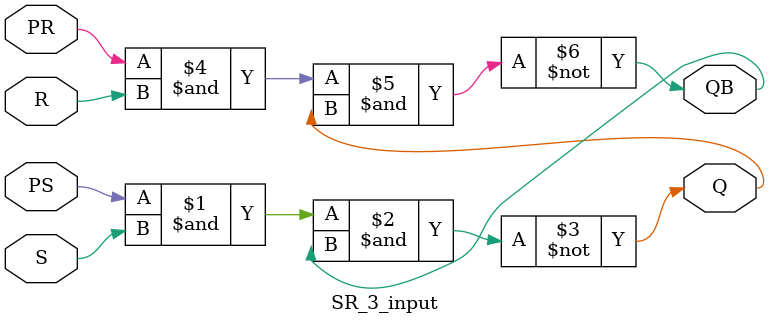
<source format=sv>
module SR_2_input (input S, R, output Q, QB);
    nand #8 (Q, S, QB);
    nand #8 (QB, R, Q);
endmodule

module SR_3_input (input S, PS, R, PR,  output Q, QB);

    nand #12 (Q, PS, S, QB);
    nand #12 (QB, PR, R, Q);

endmodule
</source>
